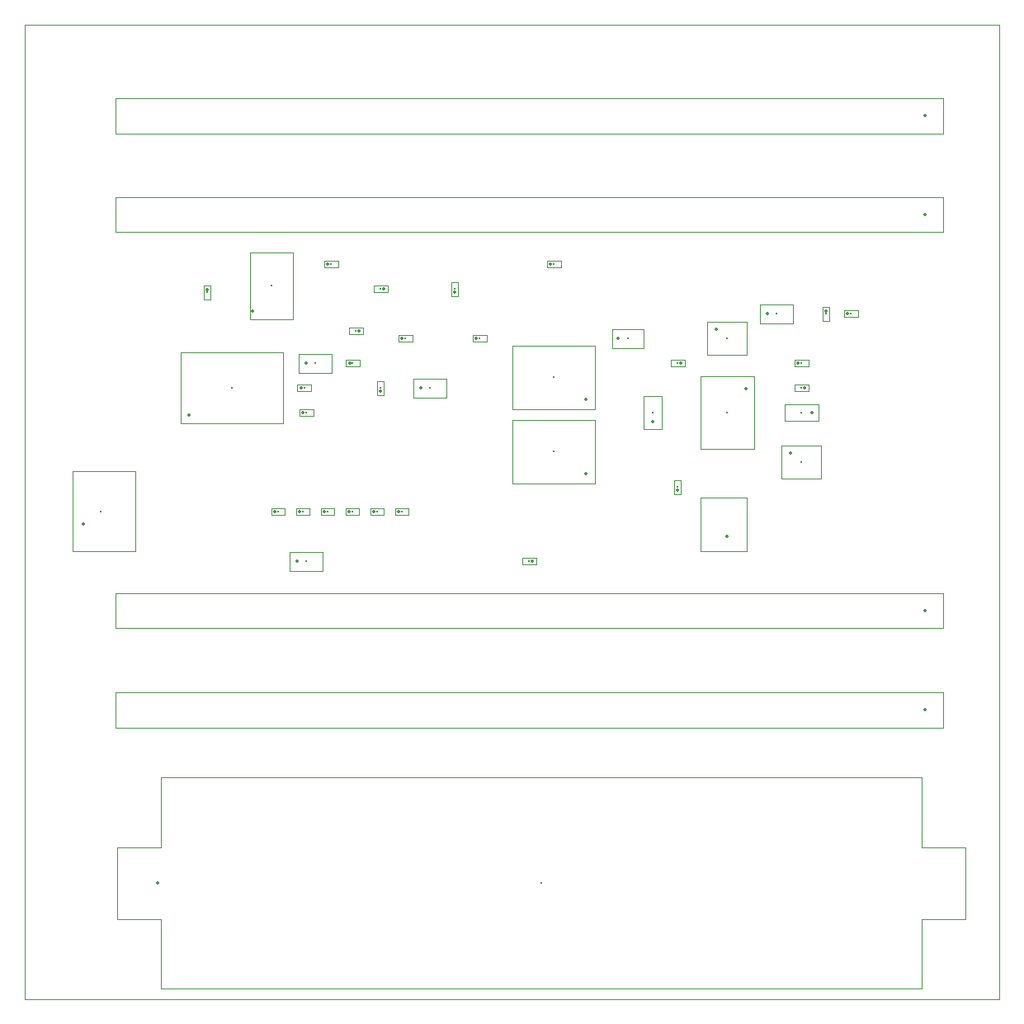
<source format=gbr>
%TF.GenerationSoftware,KiCad,Pcbnew,(6.0.2)*%
%TF.CreationDate,2022-04-12T22:41:48+02:00*%
%TF.ProjectId,main,6d61696e-2e6b-4696-9361-645f70636258,rev?*%
%TF.SameCoordinates,Original*%
%TF.FileFunction,Component,L1,Top*%
%TF.FilePolarity,Positive*%
%FSLAX46Y46*%
G04 Gerber Fmt 4.6, Leading zero omitted, Abs format (unit mm)*
G04 Created by KiCad (PCBNEW (6.0.2)) date 2022-04-12 22:41:48*
%MOMM*%
%LPD*%
G01*
G04 APERTURE LIST*
%TA.AperFunction,ComponentMain*%
%ADD10C,0.300000*%
%TD*%
%TA.AperFunction,ComponentOutline,Courtyard*%
%ADD11C,0.100000*%
%TD*%
%TA.AperFunction,ComponentPin*%
%ADD12P,0.360000X4X0.000000*%
%TD*%
%TA.AperFunction,ComponentPin*%
%ADD13C,0.000000*%
%TD*%
%TA.AperFunction,ComponentOutline,Footprint*%
%ADD14C,0.100000*%
%TD*%
%TA.AperFunction,Profile*%
%ADD15C,0.100000*%
%TD*%
G04 APERTURE END LIST*
D10*
%TO.C,"LDR1"*%
%TO.CFtp,"R_0201_0603Metric"*%
%TO.CVal,"10K - 0.2M"*%
%TO.CLbN,"Resistor_SMD"*%
%TO.CMnt,SMD*%
%TO.CRot,180*%
X160020000Y-96520000D03*
D11*
X160719999Y-96869999D02*
X159320001Y-96869999D01*
X159320001Y-96170001D01*
X160719999Y-96170001D01*
X160719999Y-96869999D01*
D12*
%TO.P,"LDR1","1"*%
X160340000Y-96520000D03*
D13*
%TO.P,"LDR1","2"*%
X159700000Y-96520000D03*
%TD*%
D10*
%TO.C,"BT1"*%
%TO.CFtp,"BatteryHolder_Keystone_1042_1x18650"*%
%TO.CVal,"4.2V-3V"*%
%TO.CLbN,"Battery"*%
%TO.CMnt,SMD*%
%TO.CRot,0*%
X161250000Y-129540000D03*
D11*
X200279999Y-125860000D02*
X200280000Y-125860001D01*
X204749999Y-125860001D01*
X204749999Y-133219999D01*
X200280000Y-133219999D01*
X200279999Y-133220000D01*
X200279999Y-140369999D01*
X122220001Y-140369999D01*
X122220001Y-133220000D01*
X122220000Y-133219999D01*
X117750001Y-133219999D01*
X117750001Y-125860001D01*
X122220000Y-125860001D01*
X122220001Y-125860000D01*
X122220001Y-118710001D01*
X200279999Y-118710001D01*
X200279999Y-125860000D01*
D12*
%TO.P,"BT1","1","+"*%
X121920000Y-129540000D03*
D13*
%TO.P,"BT1",*%
X133650000Y-137540000D03*
X125320000Y-121540000D03*
X188850000Y-121540000D03*
%TO.P,"BT1","2","-"*%
X200580000Y-129540000D03*
%TD*%
D10*
%TO.C,"TSensor"*%
%TO.CFtp,"SOIC127P600X175-8N"*%
%TO.CVal,"LM75B"*%
%TO.CLbN,"LM75BD"*%
%TO.CMnt,TH*%
%TO.CRot,90*%
X133570000Y-68235000D03*
D14*
X131398300Y-71676700D02*
X135741700Y-71676700D01*
X135741700Y-64793300D01*
X131398300Y-64793300D01*
X131398300Y-71676700D01*
D12*
%TO.P,"TSensor","1","SDA"*%
X131665000Y-70825800D03*
D13*
%TO.P,"TSensor","2","SCL"*%
X132935000Y-70825800D03*
%TO.P,"TSensor","3","O.S."*%
X134205000Y-70825800D03*
%TO.P,"TSensor","4","GND"*%
X135475000Y-70825800D03*
%TO.P,"TSensor","5","A2"*%
X135475000Y-65644200D03*
%TO.P,"TSensor","6","A1"*%
X134205000Y-65644200D03*
%TO.P,"TSensor","7","A0"*%
X132935000Y-65644200D03*
%TO.P,"TSensor","8","+Vs"*%
X131665000Y-65644200D03*
%TD*%
D10*
%TO.C,"R5"*%
%TO.CFtp,"R_0201_0603Metric"*%
%TO.CVal,"1200"*%
%TO.CLbN,"Resistor_SMD"*%
%TO.CMnt,SMD*%
%TO.CRot,-90*%
X190500000Y-71120000D03*
D11*
X190849999Y-71819999D02*
X190150001Y-71819999D01*
X190150001Y-70420001D01*
X190849999Y-70420001D01*
X190849999Y-71819999D01*
D12*
%TO.P,"R5","1"*%
X190500000Y-70800000D03*
D13*
%TO.P,"R5","2"*%
X190500000Y-71440000D03*
%TD*%
D10*
%TO.C,"R17"*%
%TO.CFtp,"R_0201_0603Metric"*%
%TO.CVal,"1K"*%
%TO.CLbN,"Resistor_SMD"*%
%TO.CMnt,SMD*%
%TO.CRot,0*%
X136930000Y-78740000D03*
D11*
X137629999Y-79089999D02*
X136230001Y-79089999D01*
X136230001Y-78390001D01*
X137629999Y-78390001D01*
X137629999Y-79089999D01*
D12*
%TO.P,"R17","1"*%
X136610000Y-78740000D03*
D13*
%TO.P,"R17","2"*%
X137250000Y-78740000D03*
%TD*%
D10*
%TO.C,"R7"*%
%TO.CFtp,"R_0201_0603Metric"*%
%TO.CVal,"15k"*%
%TO.CLbN,"Resistor_SMD"*%
%TO.CMnt,SMD*%
%TO.CRot,90*%
X152400000Y-68580000D03*
D11*
X152749999Y-69279999D02*
X152050001Y-69279999D01*
X152050001Y-67880001D01*
X152749999Y-67880001D01*
X152749999Y-69279999D01*
D12*
%TO.P,"R7","1"*%
X152400000Y-68900000D03*
D13*
%TO.P,"R7","2"*%
X152400000Y-68260000D03*
%TD*%
D10*
%TO.C,"R1"*%
%TO.CFtp,"R_0201_0603Metric"*%
%TO.CVal,"1800"*%
%TO.CLbN,"Resistor_SMD"*%
%TO.CMnt,SMD*%
%TO.CRot,0*%
X187960000Y-76200000D03*
D11*
X188659999Y-76549999D02*
X187260001Y-76549999D01*
X187260001Y-75850001D01*
X188659999Y-75850001D01*
X188659999Y-76549999D01*
D12*
%TO.P,"R1","1"*%
X187640000Y-76200000D03*
D13*
%TO.P,"R1","2"*%
X188280000Y-76200000D03*
%TD*%
D10*
%TO.C,"D1"*%
%TO.CFtp,"LED_0805_2012Metric"*%
%TO.CVal,"2V"*%
%TO.CLbN,"LED_SMD"*%
%TO.CMnt,SMD*%
%TO.CRot,90*%
X172720000Y-81280000D03*
D11*
X173669999Y-82959999D02*
X171770001Y-82959999D01*
X171770001Y-79600001D01*
X173669999Y-79600001D01*
X173669999Y-82959999D01*
D12*
%TO.P,"D1","1","K"*%
X172720000Y-82217500D03*
D13*
%TO.P,"D1","2","A"*%
X172720000Y-80342500D03*
%TD*%
D10*
%TO.C,"R14"*%
%TO.CFtp,"R_0201_0603Metric"*%
%TO.CVal,"10K"*%
%TO.CLbN,"Resistor_SMD"*%
%TO.CMnt,SMD*%
%TO.CRot,0*%
X146975000Y-91440000D03*
D11*
X147674999Y-91789999D02*
X146275001Y-91789999D01*
X146275001Y-91090001D01*
X147674999Y-91090001D01*
X147674999Y-91789999D01*
D12*
%TO.P,"R14","1"*%
X146655000Y-91440000D03*
D13*
%TO.P,"R14","2"*%
X147295000Y-91440000D03*
%TD*%
D10*
%TO.C,"R4"*%
%TO.CFtp,"R_0201_0603Metric"*%
%TO.CVal,"100ohms"*%
%TO.CLbN,"Resistor_SMD"*%
%TO.CMnt,SMD*%
%TO.CRot,90*%
X175260000Y-88900000D03*
D11*
X175609999Y-89599999D02*
X174910001Y-89599999D01*
X174910001Y-88200001D01*
X175609999Y-88200001D01*
X175609999Y-89599999D01*
D12*
%TO.P,"R4","1"*%
X175260000Y-89220000D03*
D13*
%TO.P,"R4","2"*%
X175260000Y-88580000D03*
%TD*%
D10*
%TO.C,"J2"*%
%TO.CFtp,"PinSocket_1x33_P2.54mm_Vertical"*%
%TO.CVal,"Conn_01x33_Female"*%
%TO.CLbN,"Connector_PinSocket_2.54mm"*%
%TO.CMnt,TH*%
%TO.CRot,-90*%
X200660000Y-60960000D03*
D11*
X202459999Y-62709999D02*
X117610001Y-62709999D01*
X117610001Y-59160001D01*
X202459999Y-59160001D01*
X202459999Y-62709999D01*
D12*
%TO.P,"J2","1","Pin_1"*%
X200660000Y-60960000D03*
D13*
%TO.P,"J2","2","Pin_2"*%
X198120000Y-60960000D03*
%TO.P,"J2","3","Pin_3"*%
X195580000Y-60960000D03*
%TO.P,"J2","4","Pin_4"*%
X193040000Y-60960000D03*
%TO.P,"J2","5","Pin_5"*%
X190500000Y-60960000D03*
%TO.P,"J2","6","Pin_6"*%
X187960000Y-60960000D03*
%TO.P,"J2","7","Pin_7"*%
X185420000Y-60960000D03*
%TO.P,"J2","8","Pin_8"*%
X182880000Y-60960000D03*
%TO.P,"J2","9","Pin_9"*%
X180340000Y-60960000D03*
%TO.P,"J2","10","Pin_10"*%
X177800000Y-60960000D03*
%TO.P,"J2","11","Pin_11"*%
X175260000Y-60960000D03*
%TO.P,"J2","12","Pin_12"*%
X172720000Y-60960000D03*
%TO.P,"J2","13","Pin_13"*%
X170180000Y-60960000D03*
%TO.P,"J2","14","Pin_14"*%
X167640000Y-60960000D03*
%TO.P,"J2","15","Pin_15"*%
X165100000Y-60960000D03*
%TO.P,"J2","16","Pin_16"*%
X162560000Y-60960000D03*
%TO.P,"J2","17","Pin_17"*%
X160020000Y-60960000D03*
%TO.P,"J2","18","Pin_18"*%
X157480000Y-60960000D03*
%TO.P,"J2","19","Pin_19"*%
X154940000Y-60960000D03*
%TO.P,"J2","20","Pin_20"*%
X152400000Y-60960000D03*
%TO.P,"J2","21","Pin_21"*%
X149860000Y-60960000D03*
%TO.P,"J2","22","Pin_22"*%
X147320000Y-60960000D03*
%TO.P,"J2","23","Pin_23"*%
X144780000Y-60960000D03*
%TO.P,"J2","24","Pin_24"*%
X142240000Y-60960000D03*
%TO.P,"J2","25","Pin_25"*%
X139700000Y-60960000D03*
%TO.P,"J2","26","Pin_26"*%
X137160000Y-60960000D03*
%TO.P,"J2","27","Pin_27"*%
X134620000Y-60960000D03*
%TO.P,"J2","28","Pin_28"*%
X132080000Y-60960000D03*
%TO.P,"J2","29","Pin_29"*%
X129540000Y-60960000D03*
%TO.P,"J2","30","Pin_30"*%
X127000000Y-60960000D03*
%TO.P,"J2","31","Pin_31"*%
X124460000Y-60960000D03*
%TO.P,"J2","32","Pin_32"*%
X121920000Y-60960000D03*
%TO.P,"J2","33","Pin_33"*%
X119380000Y-60960000D03*
%TD*%
D10*
%TO.C,"R19"*%
%TO.CFtp,"R_0201_0603Metric"*%
%TO.CVal,"0"*%
%TO.CLbN,"Resistor_SMD"*%
%TO.CMnt,SMD*%
%TO.CRot,0*%
X134275000Y-91440000D03*
D11*
X134974999Y-91789999D02*
X133575001Y-91789999D01*
X133575001Y-91090001D01*
X134974999Y-91090001D01*
X134974999Y-91789999D01*
D12*
%TO.P,"R19","1"*%
X133955000Y-91440000D03*
D13*
%TO.P,"R19","2"*%
X134595000Y-91440000D03*
%TD*%
D10*
%TO.C,"D4"*%
%TO.CFtp,"LED_0805_2012Metric"*%
%TO.CVal,"DIODE"*%
%TO.CLbN,"LED_SMD"*%
%TO.CMnt,SMD*%
%TO.CRot,0*%
X137160000Y-96520000D03*
D11*
X138839999Y-97469999D02*
X135480001Y-97469999D01*
X135480001Y-95570001D01*
X138839999Y-95570001D01*
X138839999Y-97469999D01*
D12*
%TO.P,"D4","1","A"*%
X136222500Y-96520000D03*
D13*
%TO.P,"D4","2","K"*%
X138097500Y-96520000D03*
%TD*%
D10*
%TO.C,"R6"*%
%TO.CFtp,"R_0201_0603Metric"*%
%TO.CVal,"110k"*%
%TO.CLbN,"Resistor_SMD"*%
%TO.CMnt,SMD*%
%TO.CRot,0*%
X154940000Y-73660000D03*
D11*
X155639999Y-74009999D02*
X154240001Y-74009999D01*
X154240001Y-73310001D01*
X155639999Y-73310001D01*
X155639999Y-74009999D01*
D12*
%TO.P,"R6","1"*%
X154620000Y-73660000D03*
D13*
%TO.P,"R6","2"*%
X155260000Y-73660000D03*
%TD*%
D10*
%TO.C,"C3"*%
%TO.CFtp,"C_0201_0603Metric"*%
%TO.CVal,"0.1u"*%
%TO.CLbN,"Capacitor_SMD"*%
%TO.CMnt,SMD*%
%TO.CRot,90*%
X144780000Y-78740000D03*
D11*
X145129999Y-79439999D02*
X144430001Y-79439999D01*
X144430001Y-78040001D01*
X145129999Y-78040001D01*
X145129999Y-79439999D01*
D12*
%TO.P,"C3","1"*%
X144780000Y-79060000D03*
D13*
%TO.P,"C3","2"*%
X144780000Y-78420000D03*
%TD*%
D10*
%TO.C,"R3"*%
%TO.CFtp,"R_0201_0603Metric"*%
%TO.CVal,"100ohms"*%
%TO.CLbN,"Resistor_SMD"*%
%TO.CMnt,SMD*%
%TO.CRot,180*%
X175260000Y-76200000D03*
D11*
X175959999Y-76549999D02*
X174560001Y-76549999D01*
X174560001Y-75850001D01*
X175959999Y-75850001D01*
X175959999Y-76549999D01*
D12*
%TO.P,"R3","1"*%
X175580000Y-76200000D03*
D13*
%TO.P,"R3","2"*%
X174940000Y-76200000D03*
%TD*%
D10*
%TO.C,"R20"*%
%TO.CFtp,"R_0201_0603Metric"*%
%TO.CVal,"0"*%
%TO.CLbN,"Resistor_SMD"*%
%TO.CMnt,SMD*%
%TO.CRot,0*%
X136815000Y-91440000D03*
D11*
X137514999Y-91789999D02*
X136115001Y-91789999D01*
X136115001Y-91090001D01*
X137514999Y-91090001D01*
X137514999Y-91789999D01*
D12*
%TO.P,"R20","1"*%
X136495000Y-91440000D03*
D13*
%TO.P,"R20","2"*%
X137135000Y-91440000D03*
%TD*%
D10*
%TO.C,"EEPROM1"*%
%TO.CFtp,"EEPROM"*%
%TO.CVal,"AT24C256C-SSHL-T"*%
%TO.CLbN,"SOIC127P600X175-8N"*%
%TO.CMnt,TH*%
%TO.CRot,-90*%
X180340000Y-81280000D03*
D11*
X183089999Y-84989999D02*
X177590001Y-84989999D01*
X177590001Y-77570001D01*
X183089999Y-77570001D01*
X183089999Y-84989999D01*
D12*
%TO.P,"EEPROM1","1","A0"*%
X182245000Y-78805000D03*
D13*
%TO.P,"EEPROM1","2","A1"*%
X180975000Y-78805000D03*
%TO.P,"EEPROM1","3","A2"*%
X179705000Y-78805000D03*
%TO.P,"EEPROM1","4","GND"*%
X178435000Y-78805000D03*
%TO.P,"EEPROM1","5","SDA"*%
X178435000Y-83755000D03*
%TO.P,"EEPROM1","6","SCL"*%
X179705000Y-83755000D03*
%TO.P,"EEPROM1","7","WP"*%
X180975000Y-83755000D03*
%TO.P,"EEPROM1","8","VCC"*%
X182245000Y-83755000D03*
%TD*%
D10*
%TO.C,"SW2"*%
%TO.CFtp,"SW_1825910-6-4"*%
%TO.CVal,"C13828"*%
%TO.CLbN,"1825910-6"*%
%TO.CMnt,TH*%
%TO.CRot,180*%
X162560000Y-85245000D03*
D11*
X166809999Y-88494999D02*
X158310001Y-88494999D01*
X158310001Y-81995001D01*
X166809999Y-81995001D01*
X166809999Y-88494999D01*
D12*
%TO.P,"SW2","1","A"*%
X165810000Y-87495000D03*
D13*
%TO.P,"SW2","2","B"*%
X159310000Y-87495000D03*
%TO.P,"SW2","3"*%
X165810000Y-82995000D03*
%TO.P,"SW2","4"*%
X159310000Y-82995000D03*
%TD*%
D10*
%TO.C,"R9"*%
%TO.CFtp,"R_0201_0603Metric"*%
%TO.CVal,"10K"*%
%TO.CLbN,"Resistor_SMD"*%
%TO.CMnt,SMD*%
%TO.CRot,0*%
X139700000Y-66040000D03*
D11*
X140399999Y-66389999D02*
X139000001Y-66389999D01*
X139000001Y-65690001D01*
X140399999Y-65690001D01*
X140399999Y-66389999D01*
D12*
%TO.P,"R9","1"*%
X139380000Y-66040000D03*
D13*
%TO.P,"R9","2"*%
X140020000Y-66040000D03*
%TD*%
D10*
%TO.C,"C2"*%
%TO.CFtp,"C_0805_2012Metric"*%
%TO.CVal,"22u"*%
%TO.CLbN,"Capacitor_SMD"*%
%TO.CMnt,SMD*%
%TO.CRot,0*%
X149860000Y-78740000D03*
D11*
X151559999Y-79719999D02*
X148160001Y-79719999D01*
X148160001Y-77760001D01*
X151559999Y-77760001D01*
X151559999Y-79719999D01*
D12*
%TO.P,"C2","1"*%
X148910000Y-78740000D03*
D13*
%TO.P,"C2","2"*%
X150810000Y-78740000D03*
%TD*%
D10*
%TO.C,"J1"*%
%TO.CFtp,"PinHeader_1x33_P2.54mm_Vertical"*%
%TO.CVal,"Conn_01x33_Female"*%
%TO.CLbN,"Connector_PinHeader_2.54mm"*%
%TO.CMnt,TH*%
%TO.CRot,-90*%
X200660000Y-50800000D03*
D11*
X202459999Y-52599999D02*
X117610001Y-52599999D01*
X117610001Y-49000001D01*
X202459999Y-49000001D01*
X202459999Y-52599999D01*
D12*
%TO.P,"J1","1","Pin_1"*%
X200660000Y-50800000D03*
D13*
%TO.P,"J1","2","Pin_2"*%
X198120000Y-50800000D03*
%TO.P,"J1","3","Pin_3"*%
X195580000Y-50800000D03*
%TO.P,"J1","4","Pin_4"*%
X193040000Y-50800000D03*
%TO.P,"J1","5","Pin_5"*%
X190500000Y-50800000D03*
%TO.P,"J1","6","Pin_6"*%
X187960000Y-50800000D03*
%TO.P,"J1","7","Pin_7"*%
X185420000Y-50800000D03*
%TO.P,"J1","8","Pin_8"*%
X182880000Y-50800000D03*
%TO.P,"J1","9","Pin_9"*%
X180340000Y-50800000D03*
%TO.P,"J1","10","Pin_10"*%
X177800000Y-50800000D03*
%TO.P,"J1","11","Pin_11"*%
X175260000Y-50800000D03*
%TO.P,"J1","12","Pin_12"*%
X172720000Y-50800000D03*
%TO.P,"J1","13","Pin_13"*%
X170180000Y-50800000D03*
%TO.P,"J1","14","Pin_14"*%
X167640000Y-50800000D03*
%TO.P,"J1","15","Pin_15"*%
X165100000Y-50800000D03*
%TO.P,"J1","16","Pin_16"*%
X162560000Y-50800000D03*
%TO.P,"J1","17","Pin_17"*%
X160020000Y-50800000D03*
%TO.P,"J1","18","Pin_18"*%
X157480000Y-50800000D03*
%TO.P,"J1","19","Pin_19"*%
X154940000Y-50800000D03*
%TO.P,"J1","20","Pin_20"*%
X152400000Y-50800000D03*
%TO.P,"J1","21","Pin_21"*%
X149860000Y-50800000D03*
%TO.P,"J1","22","Pin_22"*%
X147320000Y-50800000D03*
%TO.P,"J1","23","Pin_23"*%
X144780000Y-50800000D03*
%TO.P,"J1","24","Pin_24"*%
X142240000Y-50800000D03*
%TO.P,"J1","25","Pin_25"*%
X139700000Y-50800000D03*
%TO.P,"J1","26","Pin_26"*%
X137160000Y-50800000D03*
%TO.P,"J1","27","Pin_27"*%
X134620000Y-50800000D03*
%TO.P,"J1","28","Pin_28"*%
X132080000Y-50800000D03*
%TO.P,"J1","29","Pin_29"*%
X129540000Y-50800000D03*
%TO.P,"J1","30","Pin_30"*%
X127000000Y-50800000D03*
%TO.P,"J1","31","Pin_31"*%
X124460000Y-50800000D03*
%TO.P,"J1","32","Pin_32"*%
X121920000Y-50800000D03*
%TO.P,"J1","33","Pin_33"*%
X119380000Y-50800000D03*
%TD*%
D10*
%TO.C,"R10"*%
%TO.CFtp,"R_0201_0603Metric"*%
%TO.CVal,"10k"*%
%TO.CLbN,"Resistor_SMD"*%
%TO.CMnt,SMD*%
%TO.CRot,180*%
X142240000Y-72870000D03*
D11*
X142939999Y-73219999D02*
X141540001Y-73219999D01*
X141540001Y-72520001D01*
X142939999Y-72520001D01*
X142939999Y-73219999D01*
D12*
%TO.P,"R10","1"*%
X142560000Y-72870000D03*
D13*
%TO.P,"R10","2"*%
X141920000Y-72870000D03*
%TD*%
D10*
%TO.C,"LDR2"*%
%TO.CFtp,"R_0201_0603Metric"*%
%TO.CVal,"10k - 0.2M"*%
%TO.CLbN,"Resistor_SMD"*%
%TO.CMnt,SMD*%
%TO.CRot,0*%
X162560000Y-66040000D03*
D11*
X163259999Y-66389999D02*
X161860001Y-66389999D01*
X161860001Y-65690001D01*
X163259999Y-65690001D01*
X163259999Y-66389999D01*
D12*
%TO.P,"LDR2","1"*%
X162240000Y-66040000D03*
D13*
%TO.P,"LDR2","2"*%
X162880000Y-66040000D03*
%TD*%
D10*
%TO.C,"SW1"*%
%TO.CFtp,"SW_1825910-6-4"*%
%TO.CVal,"C13828"*%
%TO.CLbN,"1825910-6"*%
%TO.CMnt,TH*%
%TO.CRot,180*%
X162560000Y-77625000D03*
D11*
X166809999Y-80874999D02*
X158310001Y-80874999D01*
X158310001Y-74375001D01*
X166809999Y-74375001D01*
X166809999Y-80874999D01*
D12*
%TO.P,"SW1","1","A"*%
X165810000Y-79875000D03*
D13*
%TO.P,"SW1","2","B"*%
X159310000Y-79875000D03*
%TO.P,"SW1","3"*%
X165810000Y-75375000D03*
%TO.P,"SW1","4"*%
X159310000Y-75375000D03*
%TD*%
D10*
%TO.C,"U1"*%
%TO.CFtp,"SOT-23-5"*%
%TO.CVal,"TP4054"*%
%TO.CLbN,"Package_TO_SOT_SMD"*%
%TO.CMnt,SMD*%
%TO.CRot,0*%
X180340000Y-73660000D03*
D11*
X182389999Y-75359999D02*
X178290001Y-75359999D01*
X178290001Y-71960001D01*
X182389999Y-71960001D01*
X182389999Y-75359999D01*
D12*
%TO.P,"U1","1","STAT"*%
X179202500Y-72710000D03*
D13*
%TO.P,"U1","2","VSS"*%
X179202500Y-73660000D03*
%TO.P,"U1","3","VBAT"*%
X179202500Y-74610000D03*
%TO.P,"U1","4","VDD"*%
X181477500Y-74610000D03*
%TO.P,"U1","5","PROG"*%
X181477500Y-72710000D03*
%TD*%
D10*
%TO.C,"J5"*%
%TO.CFtp,"USB_Micro-B_Amphenol_10103594-0001LF_Horizontal"*%
%TO.CVal,"USB_B_Micro"*%
%TO.CLbN,"Connector_USB"*%
%TO.CMnt,SMD*%
%TO.CRot,90*%
X116065000Y-91390000D03*
D11*
X119644999Y-95519999D02*
X113185001Y-95519999D01*
X113185001Y-87250001D01*
X119644999Y-87250001D01*
X119644999Y-95519999D01*
D12*
%TO.P,"J5","1","VBUS"*%
X114300000Y-92715000D03*
D13*
%TO.P,"J5","2","D-"*%
X114300000Y-92065000D03*
%TO.P,"J5","3","D+"*%
X114300000Y-91415000D03*
%TO.P,"J5","4","ID"*%
X114300000Y-90765000D03*
%TO.P,"J5","5","GND"*%
X114300000Y-90115000D03*
%TO.P,"J5","6","Shield"*%
X114180000Y-93835000D03*
X115500000Y-94365000D03*
X114200000Y-94265000D03*
X114180000Y-88995000D03*
X117180000Y-94145000D03*
X116250000Y-88665000D03*
X115500000Y-88415000D03*
X117450000Y-90455000D03*
X117180000Y-88685000D03*
X117450000Y-92375000D03*
X116250000Y-94145000D03*
X114180000Y-88515000D03*
%TD*%
D10*
%TO.C,"R2"*%
%TO.CFtp,"R_0201_0603Metric"*%
%TO.CVal,"100ohms"*%
%TO.CLbN,"Resistor_SMD"*%
%TO.CMnt,SMD*%
%TO.CRot,180*%
X187960000Y-78740000D03*
D11*
X188659999Y-79089999D02*
X187260001Y-79089999D01*
X187260001Y-78390001D01*
X188659999Y-78390001D01*
X188659999Y-79089999D01*
D12*
%TO.P,"R2","1"*%
X188280000Y-78740000D03*
D13*
%TO.P,"R2","2"*%
X187640000Y-78740000D03*
%TD*%
D10*
%TO.C,"J4"*%
%TO.CFtp,"PinHeader_1x33_P2.54mm_Vertical"*%
%TO.CVal,"Conn_01x33_Female"*%
%TO.CLbN,"Connector_PinHeader_2.54mm"*%
%TO.CMnt,TH*%
%TO.CRot,-90*%
X200660000Y-111760000D03*
D11*
X202459999Y-113559999D02*
X117610001Y-113559999D01*
X117610001Y-109960001D01*
X202459999Y-109960001D01*
X202459999Y-113559999D01*
D12*
%TO.P,"J4","1","Pin_1"*%
X200660000Y-111760000D03*
D13*
%TO.P,"J4","2","Pin_2"*%
X198120000Y-111760000D03*
%TO.P,"J4","3","Pin_3"*%
X195580000Y-111760000D03*
%TO.P,"J4","4","Pin_4"*%
X193040000Y-111760000D03*
%TO.P,"J4","5","Pin_5"*%
X190500000Y-111760000D03*
%TO.P,"J4","6","Pin_6"*%
X187960000Y-111760000D03*
%TO.P,"J4","7","Pin_7"*%
X185420000Y-111760000D03*
%TO.P,"J4","8","Pin_8"*%
X182880000Y-111760000D03*
%TO.P,"J4","9","Pin_9"*%
X180340000Y-111760000D03*
%TO.P,"J4","10","Pin_10"*%
X177800000Y-111760000D03*
%TO.P,"J4","11","Pin_11"*%
X175260000Y-111760000D03*
%TO.P,"J4","12","Pin_12"*%
X172720000Y-111760000D03*
%TO.P,"J4","13","Pin_13"*%
X170180000Y-111760000D03*
%TO.P,"J4","14","Pin_14"*%
X167640000Y-111760000D03*
%TO.P,"J4","15","Pin_15"*%
X165100000Y-111760000D03*
%TO.P,"J4","16","Pin_16"*%
X162560000Y-111760000D03*
%TO.P,"J4","17","Pin_17"*%
X160020000Y-111760000D03*
%TO.P,"J4","18","Pin_18"*%
X157480000Y-111760000D03*
%TO.P,"J4","19","Pin_19"*%
X154940000Y-111760000D03*
%TO.P,"J4","20","Pin_20"*%
X152400000Y-111760000D03*
%TO.P,"J4","21","Pin_21"*%
X149860000Y-111760000D03*
%TO.P,"J4","22","Pin_22"*%
X147320000Y-111760000D03*
%TO.P,"J4","23","Pin_23"*%
X144780000Y-111760000D03*
%TO.P,"J4","24","Pin_24"*%
X142240000Y-111760000D03*
%TO.P,"J4","25","Pin_25"*%
X139700000Y-111760000D03*
%TO.P,"J4","26","Pin_26"*%
X137160000Y-111760000D03*
%TO.P,"J4","27","Pin_27"*%
X134620000Y-111760000D03*
%TO.P,"J4","28","Pin_28"*%
X132080000Y-111760000D03*
%TO.P,"J4","29","Pin_29"*%
X129540000Y-111760000D03*
%TO.P,"J4","30","Pin_30"*%
X127000000Y-111760000D03*
%TO.P,"J4","31","Pin_31"*%
X124460000Y-111760000D03*
%TO.P,"J4","32","Pin_32"*%
X121920000Y-111760000D03*
%TO.P,"J4","33","Pin_33"*%
X119380000Y-111760000D03*
%TD*%
D10*
%TO.C,"R11"*%
%TO.CFtp,"R_0201_0603Metric"*%
%TO.CVal,"10k"*%
%TO.CLbN,"Resistor_SMD"*%
%TO.CMnt,SMD*%
%TO.CRot,180*%
X144780000Y-68580000D03*
D11*
X145479999Y-68929999D02*
X144080001Y-68929999D01*
X144080001Y-68230001D01*
X145479999Y-68230001D01*
X145479999Y-68929999D01*
D12*
%TO.P,"R11","1"*%
X145100000Y-68580000D03*
D13*
%TO.P,"R11","2"*%
X144460000Y-68580000D03*
%TD*%
D10*
%TO.C,"U2"*%
%TO.CFtp,"SOT-23-6"*%
%TO.CVal,"MT3608L"*%
%TO.CLbN,"Package_TO_SOT_SMD"*%
%TO.CMnt,SMD*%
%TO.CRot,0*%
X187960000Y-86360000D03*
D11*
X190009999Y-88059999D02*
X185910001Y-88059999D01*
X185910001Y-84660001D01*
X190009999Y-84660001D01*
X190009999Y-88059999D01*
D12*
%TO.P,"U2","1","SW"*%
X186822500Y-85410000D03*
D13*
%TO.P,"U2","2","GND"*%
X186822500Y-86360000D03*
%TO.P,"U2","3","FB"*%
X186822500Y-87310000D03*
%TO.P,"U2","4","EN"*%
X189097500Y-87310000D03*
%TO.P,"U2","5","Vin"*%
X189097500Y-86360000D03*
%TO.P,"U2","6","OC"*%
X189097500Y-85410000D03*
%TD*%
D10*
%TO.C,"D3"*%
%TO.CFtp,"D_SOD-323"*%
%TO.CVal,"1N5819"*%
%TO.CLbN,"Diode_SMD"*%
%TO.CMnt,SMD*%
%TO.CRot,0*%
X170180000Y-73660000D03*
D11*
X171779999Y-74609999D02*
X168580001Y-74609999D01*
X168580001Y-72710001D01*
X171779999Y-72710001D01*
X171779999Y-74609999D01*
D12*
%TO.P,"D3","1","K"*%
X169130000Y-73660000D03*
D13*
%TO.P,"D3","2","A"*%
X171230000Y-73660000D03*
%TD*%
D10*
%TO.C,"C1"*%
%TO.CFtp,"C_0201_0603Metric"*%
%TO.CVal,"1e-6"*%
%TO.CLbN,"Capacitor_SMD"*%
%TO.CMnt,SMD*%
%TO.CRot,0*%
X193040000Y-71120000D03*
D11*
X193739999Y-71469999D02*
X192340001Y-71469999D01*
X192340001Y-70770001D01*
X193739999Y-70770001D01*
X193739999Y-71469999D01*
D12*
%TO.P,"C1","1"*%
X192720000Y-71120000D03*
D13*
%TO.P,"C1","2"*%
X193360000Y-71120000D03*
%TD*%
D10*
%TO.C,"C4"*%
%TO.CFtp,"C_0201_0603Metric"*%
%TO.CVal,"0.1μF"*%
%TO.CLbN,"Capacitor_SMD"*%
%TO.CMnt,SMD*%
%TO.CRot,0*%
X141895000Y-91440000D03*
D11*
X142594999Y-91789999D02*
X141195001Y-91789999D01*
X141195001Y-91090001D01*
X142594999Y-91090001D01*
X142594999Y-91789999D01*
D12*
%TO.P,"C4","1"*%
X141575000Y-91440000D03*
D13*
%TO.P,"C4","2"*%
X142215000Y-91440000D03*
%TD*%
D10*
%TO.C,"J3"*%
%TO.CFtp,"PinSocket_1x33_P2.54mm_Vertical"*%
%TO.CVal,"Conn_01x33_Female"*%
%TO.CLbN,"Connector_PinSocket_2.54mm"*%
%TO.CMnt,TH*%
%TO.CRot,-90*%
X200660000Y-101600000D03*
D11*
X202459999Y-103349999D02*
X117610001Y-103349999D01*
X117610001Y-99800001D01*
X202459999Y-99800001D01*
X202459999Y-103349999D01*
D12*
%TO.P,"J3","1","Pin_1"*%
X200660000Y-101600000D03*
D13*
%TO.P,"J3","2","Pin_2"*%
X198120000Y-101600000D03*
%TO.P,"J3","3","Pin_3"*%
X195580000Y-101600000D03*
%TO.P,"J3","4","Pin_4"*%
X193040000Y-101600000D03*
%TO.P,"J3","5","Pin_5"*%
X190500000Y-101600000D03*
%TO.P,"J3","6","Pin_6"*%
X187960000Y-101600000D03*
%TO.P,"J3","7","Pin_7"*%
X185420000Y-101600000D03*
%TO.P,"J3","8","Pin_8"*%
X182880000Y-101600000D03*
%TO.P,"J3","9","Pin_9"*%
X180340000Y-101600000D03*
%TO.P,"J3","10","Pin_10"*%
X177800000Y-101600000D03*
%TO.P,"J3","11","Pin_11"*%
X175260000Y-101600000D03*
%TO.P,"J3","12","Pin_12"*%
X172720000Y-101600000D03*
%TO.P,"J3","13","Pin_13"*%
X170180000Y-101600000D03*
%TO.P,"J3","14","Pin_14"*%
X167640000Y-101600000D03*
%TO.P,"J3","15","Pin_15"*%
X165100000Y-101600000D03*
%TO.P,"J3","16","Pin_16"*%
X162560000Y-101600000D03*
%TO.P,"J3","17","Pin_17"*%
X160020000Y-101600000D03*
%TO.P,"J3","18","Pin_18"*%
X157480000Y-101600000D03*
%TO.P,"J3","19","Pin_19"*%
X154940000Y-101600000D03*
%TO.P,"J3","20","Pin_20"*%
X152400000Y-101600000D03*
%TO.P,"J3","21","Pin_21"*%
X149860000Y-101600000D03*
%TO.P,"J3","22","Pin_22"*%
X147320000Y-101600000D03*
%TO.P,"J3","23","Pin_23"*%
X144780000Y-101600000D03*
%TO.P,"J3","24","Pin_24"*%
X142240000Y-101600000D03*
%TO.P,"J3","25","Pin_25"*%
X139700000Y-101600000D03*
%TO.P,"J3","26","Pin_26"*%
X137160000Y-101600000D03*
%TO.P,"J3","27","Pin_27"*%
X134620000Y-101600000D03*
%TO.P,"J3","28","Pin_28"*%
X132080000Y-101600000D03*
%TO.P,"J3","29","Pin_29"*%
X129540000Y-101600000D03*
%TO.P,"J3","30","Pin_30"*%
X127000000Y-101600000D03*
%TO.P,"J3","31","Pin_31"*%
X124460000Y-101600000D03*
%TO.P,"J3","32","Pin_32"*%
X121920000Y-101600000D03*
%TO.P,"J3","33","Pin_33"*%
X119380000Y-101600000D03*
%TD*%
D10*
%TO.C,"LED1"*%
%TO.CFtp,"LED_0805_2012Metric"*%
%TO.CVal,"2V"*%
%TO.CLbN,"LED_SMD"*%
%TO.CMnt,SMD*%
%TO.CRot,0*%
X138097500Y-76200000D03*
D11*
X139777499Y-77149999D02*
X136417501Y-77149999D01*
X136417501Y-75250001D01*
X139777499Y-75250001D01*
X139777499Y-77149999D01*
D12*
%TO.P,"LED1","1","K"*%
X137160000Y-76200000D03*
D13*
%TO.P,"LED1","2","A"*%
X139035000Y-76200000D03*
%TD*%
D10*
%TO.C,"R15"*%
%TO.CFtp,"R_0201_0603Metric"*%
%TO.CVal,"1K"*%
%TO.CLbN,"Resistor_SMD"*%
%TO.CMnt,SMD*%
%TO.CRot,0*%
X139355000Y-91440000D03*
D11*
X140054999Y-91789999D02*
X138655001Y-91789999D01*
X138655001Y-91090001D01*
X140054999Y-91090001D01*
X140054999Y-91789999D01*
D12*
%TO.P,"R15","1"*%
X139035000Y-91440000D03*
D13*
%TO.P,"R15","2"*%
X139675000Y-91440000D03*
%TD*%
D10*
%TO.C,"R13"*%
%TO.CFtp,"R_0201_0603Metric"*%
%TO.CVal,"10k"*%
%TO.CLbN,"Resistor_SMD"*%
%TO.CMnt,SMD*%
%TO.CRot,0*%
X141920000Y-76200000D03*
D11*
X142619999Y-76549999D02*
X141220001Y-76549999D01*
X141220001Y-75850001D01*
X142619999Y-75850001D01*
X142619999Y-76549999D01*
D12*
%TO.P,"R13","1"*%
X141600000Y-76200000D03*
D13*
%TO.P,"R13","2"*%
X142240000Y-76200000D03*
%TD*%
D10*
%TO.C,"R16"*%
%TO.CFtp,"R_0201_0603Metric"*%
%TO.CVal,"1K"*%
%TO.CLbN,"Resistor_SMD"*%
%TO.CMnt,SMD*%
%TO.CRot,0*%
X137160000Y-81280000D03*
D11*
X137859999Y-81629999D02*
X136460001Y-81629999D01*
X136460001Y-80930001D01*
X137859999Y-80930001D01*
X137859999Y-81629999D01*
D12*
%TO.P,"R16","1"*%
X136840000Y-81280000D03*
D13*
%TO.P,"R16","2"*%
X137480000Y-81280000D03*
%TD*%
D10*
%TO.C,"D2"*%
%TO.CFtp,"LED_0805_2012Metric"*%
%TO.CVal,"2V"*%
%TO.CLbN,"LED_SMD"*%
%TO.CMnt,SMD*%
%TO.CRot,0*%
X185420000Y-71120000D03*
D11*
X187099999Y-72069999D02*
X183740001Y-72069999D01*
X183740001Y-70170001D01*
X187099999Y-70170001D01*
X187099999Y-72069999D01*
D12*
%TO.P,"D2","1","K"*%
X184482500Y-71120000D03*
D13*
%TO.P,"D2","2","A"*%
X186357500Y-71120000D03*
%TD*%
D10*
%TO.C,"R8"*%
%TO.CFtp,"R_0201_0603Metric"*%
%TO.CVal,"10K"*%
%TO.CLbN,"Resistor_SMD"*%
%TO.CMnt,SMD*%
%TO.CRot,0*%
X147320000Y-73660000D03*
D11*
X148019999Y-74009999D02*
X146620001Y-74009999D01*
X146620001Y-73310001D01*
X148019999Y-73310001D01*
X148019999Y-74009999D01*
D12*
%TO.P,"R8","1"*%
X147000000Y-73660000D03*
D13*
%TO.P,"R8","2"*%
X147640000Y-73660000D03*
%TD*%
D10*
%TO.C,"L1"*%
%TO.CFtp,"L_0805_2012Metric"*%
%TO.CVal,"MLP2012V4R7MT0S1"*%
%TO.CLbN,"Inductor_SMD"*%
%TO.CMnt,SMD*%
%TO.CRot,180*%
X187960000Y-81280000D03*
D11*
X189709999Y-82129999D02*
X186210001Y-82129999D01*
X186210001Y-80430001D01*
X189709999Y-80430001D01*
X189709999Y-82129999D01*
D12*
%TO.P,"L1","1"*%
X189022500Y-81280000D03*
D13*
%TO.P,"L1","2"*%
X186897500Y-81280000D03*
%TD*%
D10*
%TO.C,"FTDI(UART)1"*%
%TO.CFtp,"SOIC127P600X180-16N"*%
%TO.CVal,"CH340C"*%
%TO.CLbN,"CH340C"*%
%TO.CMnt,TH*%
%TO.CRot,90*%
X129540000Y-78740000D03*
D11*
X134789999Y-82394999D02*
X124290001Y-82394999D01*
X124290001Y-75085001D01*
X134789999Y-75085001D01*
X134789999Y-82394999D01*
D12*
%TO.P,"FTDI(UART)1","1","GND"*%
X125095000Y-81490000D03*
D13*
%TO.P,"FTDI(UART)1","2","TXD"*%
X126365000Y-81490000D03*
%TO.P,"FTDI(UART)1","3","RXD"*%
X127635000Y-81490000D03*
%TO.P,"FTDI(UART)1","4","V3"*%
X128905000Y-81490000D03*
%TO.P,"FTDI(UART)1","5","UD+"*%
X130175000Y-81490000D03*
%TO.P,"FTDI(UART)1","6","UD-"*%
X131445000Y-81490000D03*
%TO.P,"FTDI(UART)1","7","NC"*%
X132715000Y-81490000D03*
%TO.P,"FTDI(UART)1","8","NC"*%
X133985000Y-81490000D03*
%TO.P,"FTDI(UART)1","9","~{CTS}"*%
X133985000Y-75990000D03*
%TO.P,"FTDI(UART)1","10","~{DSR}"*%
X132715000Y-75990000D03*
%TO.P,"FTDI(UART)1","11","~{RI}"*%
X131445000Y-75990000D03*
%TO.P,"FTDI(UART)1","12","~{DCD}"*%
X130175000Y-75990000D03*
%TO.P,"FTDI(UART)1","13","~{DTR}"*%
X128905000Y-75990000D03*
%TO.P,"FTDI(UART)1","14","~{RTS}"*%
X127635000Y-75990000D03*
%TO.P,"FTDI(UART)1","15","R232"*%
X126365000Y-75990000D03*
%TO.P,"FTDI(UART)1","16","VCC"*%
X125095000Y-75990000D03*
%TD*%
D10*
%TO.C,"R18"*%
%TO.CFtp,"R_0201_0603Metric"*%
%TO.CVal,"4K7"*%
%TO.CLbN,"Resistor_SMD"*%
%TO.CMnt,SMD*%
%TO.CRot,0*%
X144435000Y-91440000D03*
D11*
X145134999Y-91789999D02*
X143735001Y-91789999D01*
X143735001Y-91090001D01*
X145134999Y-91090001D01*
X145134999Y-91789999D01*
D12*
%TO.P,"R18","1"*%
X144115000Y-91440000D03*
D13*
%TO.P,"R18","2"*%
X144755000Y-91440000D03*
%TD*%
D10*
%TO.C,"Q1"*%
%TO.CFtp,"TO-92"*%
%TO.CVal,"2N2222A"*%
%TO.CLbN,"Package_TO_SOT_THT"*%
%TO.CMnt,TH*%
%TO.CRot,90*%
X180340000Y-93980000D03*
D11*
X182349999Y-95439999D02*
X177610001Y-95439999D01*
X177610001Y-89980001D01*
X182349999Y-89980001D01*
X182349999Y-95439999D01*
D12*
%TO.P,"Q1","1","E"*%
X180340000Y-93980000D03*
D13*
%TO.P,"Q1","2","B"*%
X179070000Y-92710000D03*
%TO.P,"Q1","3","C"*%
X180340000Y-91440000D03*
%TD*%
D10*
%TO.C,"R12"*%
%TO.CFtp,"R_0201_0603Metric"*%
%TO.CVal,"10k"*%
%TO.CLbN,"Resistor_SMD"*%
%TO.CMnt,SMD*%
%TO.CRot,-90*%
X127000000Y-68925000D03*
D11*
X127349999Y-69624999D02*
X126650001Y-69624999D01*
X126650001Y-68225001D01*
X127349999Y-68225001D01*
X127349999Y-69624999D01*
D12*
%TO.P,"R12","1"*%
X127000000Y-68605000D03*
D13*
%TO.P,"R12","2"*%
X127000000Y-69245000D03*
%TD*%
D15*
X108280000Y-41440000D02*
X208280000Y-41440000D01*
X208280000Y-41440000D02*
X208280000Y-141440000D01*
X208280000Y-141440000D02*
X108280000Y-141440000D01*
X108280000Y-141440000D02*
X108280000Y-41440000D01*
M02*

</source>
